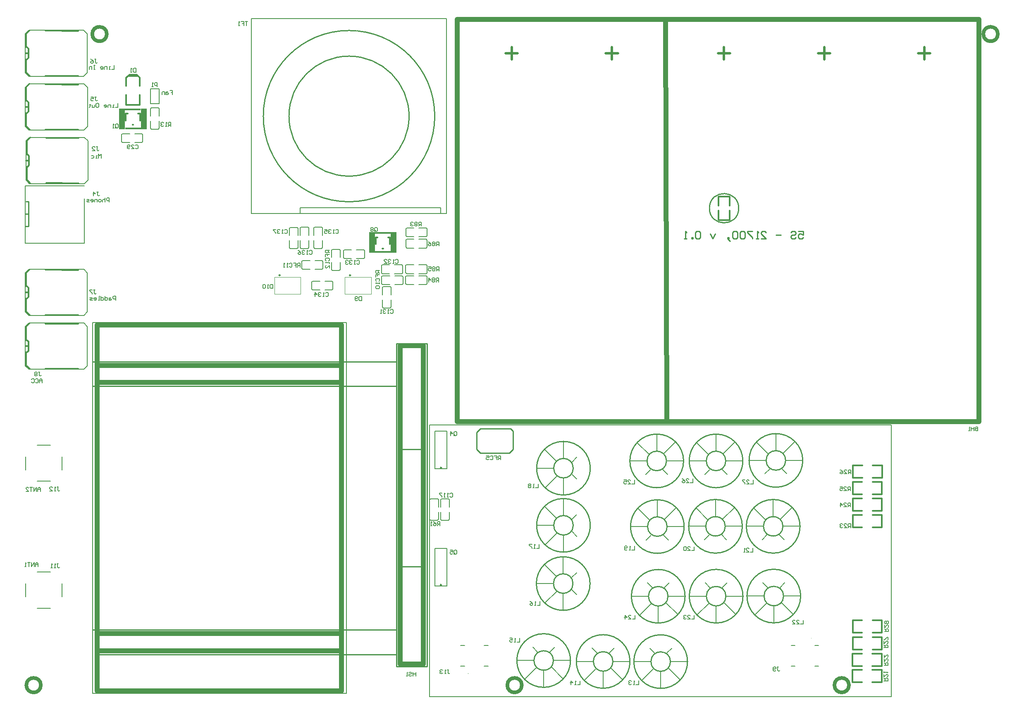
<source format=gbo>
G04*
G04 #@! TF.GenerationSoftware,Altium Limited,Altium Designer,20.1.8 (145)*
G04*
G04 Layer_Color=39423*
%FSAX24Y24*%
%MOIN*%
G70*
G04*
G04 #@! TF.SameCoordinates,C37C2F13-19AF-4E89-93B9-DE42FBC32811*
G04*
G04*
G04 #@! TF.FilePolarity,Positive*
G04*
G01*
G75*
%ADD10C,0.0100*%
%ADD11C,0.0315*%
%ADD12C,0.0039*%
%ADD15C,0.0098*%
%ADD16C,0.0079*%
%ADD17C,0.0197*%
%ADD20C,0.0060*%
%ADD22C,0.0120*%
%ADD24C,0.0080*%
%ADD146C,0.0400*%
%ADD147C,0.0050*%
%ADD148R,0.1290X0.0120*%
%ADD149R,0.0500X0.1650*%
D10*
X041063Y058130D02*
G03*
X041063Y058130I-004843J000000D01*
G01*
X043131D02*
G03*
X043131Y058130I-006911J000000D01*
G01*
X015532Y036340D02*
X040040Y036340D01*
X015532Y038308D02*
X040040Y038308D01*
X015532Y016655D02*
X040040Y016655D01*
X016024Y014686D02*
X040040Y014686D01*
X040040Y038308D02*
X040040Y038308D01*
Y013702D02*
X042500D01*
X040040D02*
Y039785D01*
X042500D01*
Y013702D02*
Y039785D01*
X040335Y031222D02*
X042205D01*
X040335Y021773D02*
X042205D01*
X010165Y051236D02*
X010366D01*
X010136Y049236D02*
X010366D01*
Y051236D01*
X010140Y050236D02*
X010366D01*
X046797Y032894D02*
X049257D01*
X046501Y032599D02*
X046797Y032894D01*
X049454Y031221D02*
Y032697D01*
X049257Y032894D02*
X049454Y032697D01*
X049159Y030926D02*
X049454Y031221D01*
X046797Y030926D02*
X049159D01*
X046501Y031221D02*
X046797Y030926D01*
X046501Y031221D02*
Y032599D01*
X072456Y048841D02*
X072856D01*
Y048541D01*
X072656Y048641D01*
X072556D01*
X072456Y048541D01*
Y048341D01*
X072556Y048241D01*
X072756D01*
X072856Y048341D01*
X071856Y048741D02*
X071956Y048841D01*
X072156D01*
X072256Y048741D01*
Y048641D01*
X072156Y048541D01*
X071956D01*
X071856Y048441D01*
Y048341D01*
X071956Y048241D01*
X072156D01*
X072256Y048341D01*
X071057Y048541D02*
X070657D01*
X069457Y048241D02*
X069857D01*
X069457Y048641D01*
Y048741D01*
X069557Y048841D01*
X069757D01*
X069857Y048741D01*
X069257Y048241D02*
X069057D01*
X069157D01*
Y048841D01*
X069257Y048741D01*
X068757Y048841D02*
X068358D01*
Y048741D01*
X068757Y048341D01*
Y048241D01*
X068158Y048741D02*
X068058Y048841D01*
X067858D01*
X067758Y048741D01*
Y048341D01*
X067858Y048241D01*
X068058D01*
X068158Y048341D01*
Y048741D01*
X067558D02*
X067458Y048841D01*
X067258D01*
X067158Y048741D01*
Y048341D01*
X067258Y048241D01*
X067458D01*
X067558Y048341D01*
Y048741D01*
X066858Y048141D02*
X066758Y048241D01*
Y048341D01*
X066858D01*
Y048241D01*
X066758D01*
X066858Y048141D01*
X066958Y048041D01*
X065758Y048641D02*
X065558Y048241D01*
X065358Y048641D01*
X064559Y048741D02*
X064459Y048841D01*
X064259D01*
X064159Y048741D01*
Y048341D01*
X064259Y048241D01*
X064459D01*
X064559Y048341D01*
Y048741D01*
X063959Y048241D02*
Y048341D01*
X063859D01*
Y048241D01*
X063959D01*
X063459D02*
X063259D01*
X063359D01*
Y048841D01*
X063459Y048741D01*
D11*
X016687Y064756D02*
G03*
X016687Y064756I-000585J000000D01*
G01*
X088536Y064756D02*
G03*
X088536Y064756I-000585J000000D01*
G01*
X050152Y012197D02*
G03*
X050152Y012197I-000585J000000D01*
G01*
X011372D02*
G03*
X011372Y012197I-000585J000000D01*
G01*
X076530D02*
G03*
X076530Y012197I-000585J000000D01*
G01*
D12*
X045830Y013113D02*
G03*
X045830Y013153I000000J000020D01*
G01*
D02*
G03*
X045830Y013113I000000J-000020D01*
G01*
X073480Y015987D02*
G03*
X073480Y016027I000000J000020D01*
G01*
D02*
G03*
X073480Y015987I000000J-000020D01*
G01*
X030197Y045137D02*
X032323D01*
Y043759D02*
Y045137D01*
X030197Y043759D02*
X032323D01*
X030197D02*
Y045137D01*
X035877Y045139D02*
X038003D01*
Y043761D02*
Y045139D01*
X035877Y043761D02*
X038003D01*
X035877D02*
Y045139D01*
D15*
X065279Y050713D02*
G03*
X065280Y050746I001181J-000016D01*
G01*
X030669Y045284D02*
G03*
X030669Y045284I-000049J000000D01*
G01*
X055675Y029710D02*
G03*
X055675Y029710I-002165J000000D01*
G01*
X054297D02*
G03*
X054297Y029710I-000787J000000D01*
G01*
X054277Y020400D02*
G03*
X054277Y020400I-000787J000000D01*
G01*
X055655D02*
G03*
X055655Y020400I-002165J000000D01*
G01*
X063515Y014100D02*
G03*
X063515Y014100I-002165J000000D01*
G01*
X062137D02*
G03*
X062137Y014100I-000787J000000D01*
G01*
X057497Y014110D02*
G03*
X057497Y014110I-000787J000000D01*
G01*
X058875D02*
G03*
X058875Y014110I-002165J000000D01*
G01*
X071207Y025020D02*
G03*
X071207Y025020I-000787J000000D01*
G01*
X072585D02*
G03*
X072585Y025020I-002165J000000D01*
G01*
X036349Y045287D02*
G03*
X036349Y045287I-000049J000000D01*
G01*
X043679Y020294D02*
G03*
X043679Y020294I-000049J000000D01*
G01*
Y029754D02*
G03*
X043679Y029754I-000049J000000D01*
G01*
X061817Y030300D02*
G03*
X061817Y030300I-000787J000000D01*
G01*
X063195D02*
G03*
X063195Y030300I-002165J000000D01*
G01*
X066557Y025020D02*
G03*
X066557Y025020I-000787J000000D01*
G01*
X067935D02*
G03*
X067935Y025020I-002165J000000D01*
G01*
X054081Y014187D02*
G03*
X054081Y014187I-002165J000000D01*
G01*
X052703D02*
G03*
X052703Y014187I-000787J000000D01*
G01*
X072805Y030340D02*
G03*
X072805Y030340I-002165J000000D01*
G01*
X071427D02*
G03*
X071427Y030340I-000787J000000D01*
G01*
X055675Y025100D02*
G03*
X055675Y025100I-002165J000000D01*
G01*
X054297D02*
G03*
X054297Y025100I-000787J000000D01*
G01*
X067977Y030300D02*
G03*
X067977Y030300I-002165J000000D01*
G01*
X066599D02*
G03*
X066599Y030300I-000787J000000D01*
G01*
X063319Y019374D02*
G03*
X063319Y019374I-002165J000000D01*
G01*
X061941D02*
G03*
X061941Y019374I-000787J000000D01*
G01*
X067985Y019380D02*
G03*
X067985Y019380I-002165J000000D01*
G01*
X066607D02*
G03*
X066607Y019380I-000787J000000D01*
G01*
X063245Y025000D02*
G03*
X063245Y025000I-002165J000000D01*
G01*
X061867D02*
G03*
X061867Y025000I-000787J000000D01*
G01*
X072635Y019390D02*
G03*
X072635Y019390I-002165J000000D01*
G01*
X071257D02*
G03*
X071257Y019390I-000787J000000D01*
G01*
D16*
X020216Y059136D02*
X020924D01*
X020216D02*
Y060344D01*
X020924D01*
Y059136D02*
Y060344D01*
X013067Y029583D02*
Y030637D01*
X011083Y028654D02*
X012137D01*
X010153Y029583D02*
Y030637D01*
X011083Y031567D02*
X012137D01*
X013067Y019347D02*
Y020401D01*
X011083Y018417D02*
X012137D01*
X010153Y019347D02*
Y020401D01*
X011083Y021331D02*
X012137D01*
X010116Y047874D02*
X014877D01*
X010116D02*
Y052492D01*
X014877Y047874D02*
Y051486D01*
X010116Y047874D02*
Y052492D01*
X014866D01*
X010112Y060453D02*
X010407Y060748D01*
X010112Y057303D02*
Y060453D01*
Y057303D02*
X010407Y057008D01*
X014836Y060748D02*
X015132Y060453D01*
Y057303D02*
Y060453D01*
X014836Y057008D02*
X015132Y057303D01*
X010407Y057008D02*
X014836D01*
X010407Y060748D02*
X014836D01*
X045228Y013743D02*
X045543D01*
X045228Y015397D02*
X045543D01*
X047117D02*
X047432D01*
X047117Y013743D02*
X047432D01*
X032283Y050748D02*
X043602D01*
Y050256D02*
Y050748D01*
X032283Y050256D02*
Y050748D01*
X071878Y015397D02*
X072193D01*
X071878Y013743D02*
X072193D01*
X073767D02*
X074082D01*
X073767Y015397D02*
X074082D01*
X010106Y041134D02*
X010401Y041429D01*
X010106Y037984D02*
Y041134D01*
Y037984D02*
X010401Y037689D01*
X014830Y041429D02*
X015126Y041134D01*
Y037984D02*
Y041134D01*
X014830Y037689D02*
X015126Y037984D01*
X010401Y037689D02*
X014830D01*
X010401Y041429D02*
X014830D01*
X054199Y030202D02*
X054593Y030596D01*
X054199Y029218D02*
X054593Y028824D01*
X053510Y030497D02*
Y031875D01*
X051984Y031236D02*
X052919Y030301D01*
X051344Y029710D02*
X052722D01*
X052033Y028135D02*
X053018Y029119D01*
X053510Y027545D02*
Y028923D01*
X053490Y018235D02*
Y019613D01*
X052014Y018825D02*
X052998Y019809D01*
X051325Y020400D02*
X052703D01*
X051964Y021926D02*
X052899Y020991D01*
X053490Y021187D02*
Y022565D01*
X054179Y019908D02*
X054573Y019514D01*
X054179Y020892D02*
X054573Y021286D01*
X060464Y015183D02*
X060858Y014789D01*
X061842D02*
X062236Y015183D01*
X059185Y014100D02*
X060563D01*
X059824Y012574D02*
X060759Y013509D01*
X061350Y011935D02*
Y013313D01*
X061941Y013608D02*
X062925Y012624D01*
X062137Y014100D02*
X063515D01*
X057497Y014110D02*
X058875D01*
X057301Y013618D02*
X058285Y012634D01*
X056710Y011945D02*
Y013323D01*
X055184Y012584D02*
X056119Y013519D01*
X054545Y014110D02*
X055923D01*
X057202Y014799D02*
X057596Y015193D01*
X055824D02*
X056218Y014799D01*
X068254Y025020D02*
X069632D01*
X068845Y026496D02*
X069829Y025512D01*
X070420Y025807D02*
Y027185D01*
X071010Y025611D02*
X071945Y026546D01*
X071207Y025020D02*
X072585D01*
X069534Y023937D02*
X069928Y024331D01*
X070912D02*
X071306Y023937D01*
X043138Y023246D02*
X044122D01*
X043138Y020195D02*
X044122D01*
X043138D02*
Y023246D01*
X044122Y020195D02*
Y023246D01*
X043138Y032706D02*
X044122D01*
X043138Y029655D02*
X044122D01*
X043138D02*
Y032706D01*
X044122Y029655D02*
Y032706D01*
X010106Y045484D02*
X010401Y045780D01*
X010106Y042335D02*
Y045484D01*
Y042335D02*
X010401Y042039D01*
X014830Y045780D02*
X015126Y045484D01*
Y042335D02*
Y045484D01*
X014830Y042039D02*
X015126Y042335D01*
X010401Y042039D02*
X014830D01*
X010401Y045780D02*
X014830D01*
X058865Y030300D02*
X060243D01*
X059455Y031776D02*
X060439Y030792D01*
X061030Y031087D02*
Y032465D01*
X061621Y030891D02*
X062556Y031826D01*
X061817Y030300D02*
X063195D01*
X060144Y029217D02*
X060538Y029611D01*
X061522D02*
X061916Y029217D01*
X063604Y025020D02*
X064982D01*
X064195Y026496D02*
X065179Y025512D01*
X065770Y025807D02*
Y027185D01*
X066360Y025611D02*
X067295Y026546D01*
X066557Y025020D02*
X067935D01*
X064884Y023937D02*
X065278Y024331D01*
X066262D02*
X066656Y023937D01*
X010457Y056417D02*
X014886D01*
X010457Y052677D02*
X014886D01*
X015182Y052972D01*
Y056122D01*
X014886Y056417D02*
X015182Y056122D01*
X010162Y052972D02*
X010457Y052677D01*
X010162Y052972D02*
Y056122D01*
X010457Y056417D01*
X010398Y065079D02*
X014827D01*
X010398Y061339D02*
X014827D01*
X015122Y061634D01*
Y064783D01*
X014827Y065079D02*
X015122Y064783D01*
X010102Y061634D02*
X010398Y061339D01*
X010102Y061634D02*
Y064783D01*
X010398Y065079D01*
X051030Y015270D02*
X051424Y014876D01*
X052408D02*
X052802Y015270D01*
X049750Y014187D02*
X051128D01*
X050390Y012661D02*
X051325Y013596D01*
X051916Y012021D02*
Y013399D01*
X052506Y013695D02*
X053491Y012710D01*
X052703Y014187D02*
X054081D01*
X071132Y029651D02*
X071526Y029257D01*
X069754D02*
X070148Y029651D01*
X071427Y030340D02*
X072805D01*
X071231Y030931D02*
X072166Y031866D01*
X070640Y031127D02*
Y032505D01*
X069065Y031816D02*
X070049Y030832D01*
X068475Y030340D02*
X069853D01*
X054199Y025592D02*
X054593Y025986D01*
X054199Y024608D02*
X054593Y024214D01*
X053510Y025887D02*
Y027265D01*
X051984Y026626D02*
X052919Y025691D01*
X051344Y025100D02*
X052722D01*
X052033Y023525D02*
X053018Y024509D01*
X053510Y022935D02*
Y024313D01*
X066304Y029611D02*
X066698Y029217D01*
X064926D02*
X065320Y029611D01*
X066599Y030300D02*
X067977D01*
X066403Y030891D02*
X067338Y031826D01*
X065812Y031087D02*
Y032465D01*
X064237Y031776D02*
X065221Y030792D01*
X063647Y030300D02*
X065025D01*
X060268Y020456D02*
X060662Y020063D01*
X061646D02*
X062040Y020456D01*
X058989Y019374D02*
X060367D01*
X059629Y017848D02*
X060564Y018783D01*
X061154Y017208D02*
Y018586D01*
X061745Y018881D02*
X062729Y017897D01*
X061941Y019374D02*
X063319D01*
X064934Y020463D02*
X065328Y020069D01*
X066312D02*
X066706Y020463D01*
X063655Y019380D02*
X065033D01*
X064294Y017854D02*
X065229Y018789D01*
X065820Y017215D02*
Y018593D01*
X066411Y018888D02*
X067395Y017904D01*
X066607Y019380D02*
X067985D01*
X061572Y024311D02*
X061966Y023917D01*
X060194D02*
X060588Y024311D01*
X061867Y025000D02*
X063245D01*
X061670Y025591D02*
X062605Y026526D01*
X061080Y025787D02*
Y027165D01*
X059505Y026476D02*
X060489Y025492D01*
X058914Y025000D02*
X060292D01*
X069584Y020473D02*
X069978Y020079D01*
X070962D02*
X071356Y020473D01*
X068304Y019390D02*
X069682D01*
X068944Y017864D02*
X069879Y018799D01*
X070470Y017225D02*
Y018603D01*
X071060Y018898D02*
X072045Y017914D01*
X071257Y019390D02*
X072635D01*
D17*
X049334Y062705D02*
Y063689D01*
X048842Y063197D02*
X049826D01*
X082110D02*
X083094D01*
X082602Y062705D02*
Y063689D01*
X074531Y062705D02*
Y063689D01*
X074039Y063197D02*
X075023D01*
X066460Y062705D02*
Y063689D01*
X065968Y063197D02*
X066952D01*
X057405Y062705D02*
Y063689D01*
X056913Y063197D02*
X057897D01*
D20*
X044250Y027225D02*
X044319Y027156D01*
X043611D02*
X043680Y027225D01*
X044250D01*
X044319Y026572D02*
Y027156D01*
Y025591D02*
Y026172D01*
X044241Y025512D02*
X044319Y025591D01*
X043680Y025512D02*
X044241D01*
X043611Y025581D02*
Y026172D01*
Y025581D02*
X043680Y025512D01*
X043610Y026572D02*
Y027155D01*
X042726Y026572D02*
Y027155D01*
X042726Y025581D02*
X042795Y025512D01*
X042726Y025581D02*
Y026172D01*
X042795Y025512D02*
X043356D01*
X043435Y025591D01*
Y026172D01*
Y026572D02*
Y027156D01*
X042795Y027225D02*
X043366D01*
X042726Y027156D02*
X042795Y027225D01*
X043366D02*
X043435Y027156D01*
X040865Y047486D02*
X041448D01*
X042439Y047486D02*
X042508Y047555D01*
X041848Y047486D02*
X042439D01*
X042508Y047555D02*
Y048116D01*
X042429Y048195D02*
X042508Y048116D01*
X041848Y048195D02*
X042429D01*
X040864D02*
X041448D01*
X040795Y047555D02*
Y048126D01*
Y047555D02*
X040864Y047486D01*
X040795Y048126D02*
X040864Y048195D01*
X035775Y047266D02*
X035844Y047335D01*
X035775Y046695D02*
X035844Y046626D01*
X035775Y046695D02*
Y047266D01*
X035844Y047335D02*
X036428D01*
X036828D02*
X037409D01*
X037488Y047256D01*
Y046695D02*
Y047256D01*
X036828Y046626D02*
X037419D01*
X037488Y046695D01*
X035845Y046626D02*
X036428D01*
X034796Y046722D02*
Y047305D01*
X034796Y045731D02*
X034865Y045662D01*
X034796Y045731D02*
Y046322D01*
X034865Y045662D02*
X035426D01*
X035505Y045741D01*
Y046322D01*
Y046722D02*
Y047306D01*
X034865Y047375D02*
X035436D01*
X034796Y047306D02*
X034865Y047375D01*
X035436D02*
X035505Y047306D01*
X032036Y049145D02*
X032105Y049076D01*
X031396D02*
X031465Y049145D01*
X032036D01*
X032105Y048492D02*
Y049076D01*
Y047511D02*
Y048092D01*
X032026Y047432D02*
X032105Y047511D01*
X031465Y047432D02*
X032026D01*
X031396Y047501D02*
Y048092D01*
Y047501D02*
X031465Y047432D01*
X031396Y048492D02*
Y049075D01*
X038855Y045176D02*
X038924Y045245D01*
X038855Y044605D02*
X038924Y044536D01*
X038855Y044605D02*
Y045176D01*
X038924Y045245D02*
X039508D01*
X039908D02*
X040489D01*
X040568Y045166D01*
Y044605D02*
Y045166D01*
X039908Y044536D02*
X040499D01*
X040568Y044605D01*
X038925Y044536D02*
X039508D01*
X041852Y046124D02*
X042435D01*
X040792Y046055D02*
X040861Y046124D01*
X041452D01*
X040792Y045494D02*
Y046055D01*
Y045494D02*
X040871Y045415D01*
X041452D01*
X041852D02*
X042436D01*
X042505Y045484D02*
Y046055D01*
X042436Y046124D02*
X042505Y046055D01*
X042436Y045415D02*
X042505Y045484D01*
X038905Y045416D02*
X039488D01*
X040479Y045416D02*
X040548Y045485D01*
X039888Y045416D02*
X040479D01*
X040548Y045485D02*
Y046046D01*
X040469Y046125D02*
X040548Y046046D01*
X039888Y046125D02*
X040469D01*
X038904D02*
X039488D01*
X038835Y045485D02*
Y046056D01*
Y045485D02*
X038904Y045416D01*
X038835Y046056D02*
X038904Y046125D01*
X040865Y048406D02*
X041448D01*
X042439Y048406D02*
X042508Y048475D01*
X041848Y048406D02*
X042439D01*
X042508Y048475D02*
Y049036D01*
X042429Y049115D02*
X042508Y049036D01*
X041848Y049115D02*
X042429D01*
X040864D02*
X041448D01*
X040795Y048475D02*
Y049046D01*
Y048475D02*
X040864Y048406D01*
X040795Y049046D02*
X040864Y049115D01*
X033366Y048512D02*
Y049095D01*
X033366Y047521D02*
X033435Y047452D01*
X033366Y047521D02*
Y048112D01*
X033435Y047452D02*
X033996D01*
X034075Y047531D01*
Y048112D01*
Y048512D02*
Y049096D01*
X033435Y049165D02*
X034006D01*
X033366Y049096D02*
X033435Y049165D01*
X034006D02*
X034075Y049096D01*
X032485Y045756D02*
X033068D01*
X034059Y045756D02*
X034128Y045825D01*
X033468Y045756D02*
X034059D01*
X034128Y045825D02*
Y046386D01*
X034049Y046465D02*
X034128Y046386D01*
X033468Y046465D02*
X034049D01*
X032484D02*
X033068D01*
X032415Y045825D02*
Y046396D01*
Y045825D02*
X032484Y045756D01*
X032415Y046396D02*
X032484Y046465D01*
X041852Y045244D02*
X042435D01*
X040792Y045175D02*
X040861Y045244D01*
X041452D01*
X040792Y044614D02*
Y045175D01*
Y044614D02*
X040871Y044535D01*
X041452D01*
X041852D02*
X042436D01*
X042505Y044604D02*
Y045175D01*
X042436Y045244D02*
X042505Y045175D01*
X042436Y044535D02*
X042505Y044604D01*
X032276Y048512D02*
Y049095D01*
X032276Y047521D02*
X032345Y047452D01*
X032276Y047521D02*
Y048112D01*
X032345Y047452D02*
X032906D01*
X032985Y047531D01*
Y048112D01*
Y048512D02*
Y049096D01*
X032345Y049165D02*
X032916D01*
X032276Y049096D02*
X032345Y049165D01*
X032916D02*
X032985Y049096D01*
X033284Y044093D02*
X033867D01*
X034858Y044094D02*
X034927Y044163D01*
X034266Y044094D02*
X034858D01*
X034927Y044163D02*
Y044724D01*
X034848Y044803D02*
X034927Y044724D01*
X034266Y044803D02*
X034848D01*
X033283D02*
X033866D01*
X033214Y044163D02*
Y044734D01*
Y044163D02*
X033283Y044094D01*
X033214Y044734D02*
X033283Y044803D01*
X020904Y057155D02*
Y057738D01*
X020835Y058798D02*
X020904Y058729D01*
Y058138D02*
Y058729D01*
X020274Y058798D02*
X020835D01*
X020195Y058719D02*
X020274Y058798D01*
X020195Y058138D02*
Y058719D01*
Y057154D02*
Y057738D01*
X020264Y057085D02*
X020835D01*
X020904Y057154D01*
X020195D02*
X020264Y057085D01*
X018938Y056714D02*
X019522D01*
X017879Y056644D02*
X017948Y056713D01*
X018539D01*
X017879Y056083D02*
Y056644D01*
Y056083D02*
X017958Y056004D01*
X018539D01*
X018939D02*
X019523D01*
X019591Y056073D02*
Y056644D01*
X019523Y056713D02*
X019591Y056644D01*
X019523Y056004D02*
X019591Y056073D01*
X039546Y044365D02*
X039615Y044296D01*
X038906D02*
X038975Y044365D01*
X039546D01*
X039615Y043712D02*
Y044296D01*
Y042731D02*
Y043312D01*
X039536Y042652D02*
X039615Y042731D01*
X038975Y042652D02*
X039536D01*
X038906Y042721D02*
Y043312D01*
Y042721D02*
X038975Y042652D01*
X038906Y043712D02*
Y044295D01*
D22*
X010181Y057337D02*
X010476Y057042D01*
X010181Y058382D02*
X010184Y057365D01*
X010142Y058878D02*
X010309D01*
X010253Y059366D02*
X010378Y059240D01*
X010155Y059366D02*
X010253D01*
X010378Y058500D02*
Y059240D01*
X010259Y058382D02*
X010378Y058500D01*
X010181Y058382D02*
X010259D01*
X010184Y059432D02*
X010185Y060405D01*
X010151Y060425D02*
X010446Y060720D01*
X011759Y060692D02*
X014377Y060686D01*
X011759Y057050D02*
X014377Y057044D01*
X066007Y051642D02*
X066907D01*
X066007Y049742D02*
X066907D01*
Y050892D02*
Y051642D01*
X066007Y050892D02*
Y051642D01*
Y049742D02*
Y050492D01*
X066907Y049742D02*
Y050492D01*
X010175Y038018D02*
X010470Y037723D01*
X010175Y039063D02*
X010178Y038047D01*
X010136Y039559D02*
X010303D01*
X010247Y040047D02*
X010372Y039921D01*
X010149Y040047D02*
X010247D01*
X010372Y039181D02*
Y039921D01*
X010253Y039063D02*
X010372Y039181D01*
X010175Y039063D02*
X010253D01*
X010178Y040113D02*
X010179Y041086D01*
X010145Y041106D02*
X010440Y041401D01*
X011753Y041373D02*
X014371Y041367D01*
X011753Y037731D02*
X014371Y037725D01*
X079190Y026260D02*
Y027260D01*
X076840Y026260D02*
Y027260D01*
X078440Y026260D02*
X079190D01*
X078440Y027260D02*
X079190D01*
X076840D02*
X077590D01*
X076840Y026260D02*
X077590D01*
X079190Y027590D02*
Y028590D01*
X076840Y027590D02*
Y028590D01*
X078440Y027590D02*
X079190D01*
X078440Y028590D02*
X079190D01*
X076840D02*
X077590D01*
X076840Y027590D02*
X077590D01*
X079170Y012430D02*
Y013430D01*
X076820Y012430D02*
Y013430D01*
X078420Y012430D02*
X079170D01*
X078420Y013430D02*
X079170D01*
X076820D02*
X077570D01*
X076820Y012430D02*
X077570D01*
X079170Y013730D02*
Y014730D01*
X076820Y013730D02*
Y014730D01*
X078420Y013730D02*
X079170D01*
X078420Y014730D02*
X079170D01*
X076820D02*
X077570D01*
X076820Y013730D02*
X077570D01*
X079190Y024920D02*
Y025920D01*
X076840Y024920D02*
Y025920D01*
X078440Y024920D02*
X079190D01*
X078440Y025920D02*
X079190D01*
X076840D02*
X077590D01*
X076840Y024920D02*
X077590D01*
X079200Y028920D02*
Y029920D01*
X076850Y028920D02*
Y029920D01*
X078450Y028920D02*
X079200D01*
X078450Y029920D02*
X079200D01*
X076850D02*
X077600D01*
X076850Y028920D02*
X077600D01*
X076840Y015060D02*
X077590D01*
X076840Y016060D02*
X077590D01*
X078440D02*
X079190D01*
X078440Y015060D02*
X079190D01*
X076840D02*
Y016060D01*
X079190Y015060D02*
Y016060D01*
Y016420D02*
Y017420D01*
X076840Y016420D02*
Y017420D01*
X078440Y016420D02*
X079190D01*
X078440Y017420D02*
X079190D01*
X076840D02*
X077590D01*
X076840Y016420D02*
X077590D01*
X018220Y057777D02*
Y058320D01*
X019370Y057777D02*
Y058320D01*
X018220D02*
X018374D01*
X018770Y057420D02*
X018820D01*
X019224Y058320D02*
X019370D01*
X019108Y061472D02*
X019360Y061220D01*
X018260Y061220D02*
X018410Y061370D01*
X018260Y060570D02*
Y061220D01*
X019360Y061220D02*
X019360Y060570D01*
X018411Y061370D02*
X019210Y061370D01*
X019360Y059020D02*
X019360Y059820D01*
X018260Y059020D02*
Y059820D01*
Y059020D02*
X019360Y059020D01*
X018515Y061473D02*
X019108Y061472D01*
X018411Y061370D02*
X018515Y061473D01*
X010175Y042369D02*
X010470Y042073D01*
X010175Y043413D02*
X010178Y042397D01*
X010136Y043909D02*
X010303D01*
X010247Y044397D02*
X010372Y044272D01*
X010149Y044397D02*
X010247D01*
X010372Y043532D02*
Y044272D01*
X010253Y043413D02*
X010372Y043532D01*
X010175Y043413D02*
X010253D01*
X010178Y044464D02*
X010179Y045437D01*
X010145Y045456D02*
X010440Y045752D01*
X011753Y045724D02*
X014371Y045717D01*
X011753Y042082D02*
X014371Y042076D01*
X039374Y048350D02*
X039520D01*
X038920Y047450D02*
X038970D01*
X038370Y048350D02*
X038524D01*
X039520Y047807D02*
Y048350D01*
X038370Y047807D02*
Y048350D01*
X011809Y052720D02*
X014427Y052713D01*
X011809Y056361D02*
X014427Y056355D01*
X010201Y056094D02*
X010496Y056389D01*
X010234Y055102D02*
X010235Y056074D01*
X010231Y054051D02*
X010309D01*
X010428Y054170D01*
Y054910D01*
X010205Y055035D02*
X010303D01*
X010428Y054910D01*
X010192Y054547D02*
X010359D01*
X010231Y054051D02*
X010234Y053035D01*
X010231Y053006D02*
X010526Y052711D01*
X011749Y061381D02*
X014367Y061375D01*
X011749Y065023D02*
X014367Y065017D01*
X010141Y064756D02*
X010437Y065051D01*
X010174Y063763D02*
X010176Y064736D01*
X010172Y062712D02*
X010250D01*
X010368Y062831D01*
Y063571D01*
X010145Y063696D02*
X010243D01*
X010368Y063571D01*
X010132Y063209D02*
X010299D01*
X010172Y062712D02*
X010174Y061696D01*
X010171Y061668D02*
X010467Y061372D01*
D24*
X015532Y011537D02*
X015532Y041458D01*
X036004Y011537D02*
X036004Y041458D01*
X015532D02*
X036004D01*
X015532Y011537D02*
X036004D01*
X044094Y050256D02*
Y066004D01*
X028346Y050256D02*
Y066004D01*
X044094D01*
X028346Y050256D02*
X044094D01*
X044350Y027637D02*
X044403Y027690D01*
X044510D01*
X044563Y027637D01*
Y027423D01*
X044510Y027370D01*
X044403D01*
X044350Y027423D01*
X044243Y027370D02*
X044137D01*
X044190D01*
Y027690D01*
X044243Y027637D01*
X043977Y027370D02*
X043870D01*
X043923D01*
Y027690D01*
X043977Y027637D01*
X043710Y027690D02*
X043497D01*
Y027637D01*
X043710Y027423D01*
Y027370D01*
X043553Y025080D02*
Y025400D01*
X043393D01*
X043340Y025347D01*
Y025240D01*
X043393Y025187D01*
X043553D01*
X043447D02*
X043340Y025080D01*
X043020Y025400D02*
X043127Y025347D01*
X043233Y025240D01*
Y025133D01*
X043180Y025080D01*
X043073D01*
X043020Y025133D01*
Y025187D01*
X043073Y025240D01*
X043233D01*
X042913Y025080D02*
X042807D01*
X042860D01*
Y025400D01*
X042913Y025347D01*
X020750Y060505D02*
Y060825D01*
X020590D01*
X020537Y060771D01*
Y060665D01*
X020590Y060611D01*
X020750D01*
X020430Y060505D02*
X020324D01*
X020377D01*
Y060825D01*
X020430Y060771D01*
X021773Y060200D02*
X021987D01*
Y060040D01*
X021880D01*
X021987D01*
Y059880D01*
X021613Y060093D02*
X021507D01*
X021453Y060040D01*
Y059880D01*
X021613D01*
X021667Y059933D01*
X021613Y059987D01*
X021453D01*
X021347Y059880D02*
Y060093D01*
X021187D01*
X021133Y060040D01*
Y059880D01*
X044144Y013446D02*
X044251D01*
X044198D01*
Y013180D01*
X044251Y013126D01*
X044304D01*
X044358Y013180D01*
X044038Y013126D02*
X043931D01*
X043984D01*
Y013446D01*
X044038Y013393D01*
X043771D02*
X043718Y013446D01*
X043611D01*
X043558Y013393D01*
Y013340D01*
X043611Y013286D01*
X043665D01*
X043611D01*
X043558Y013233D01*
Y013180D01*
X043611Y013126D01*
X043718D01*
X043771Y013180D01*
X070740Y013655D02*
X070847D01*
X070793D01*
Y013388D01*
X070847Y013335D01*
X070900D01*
X070953Y013388D01*
X070633D02*
X070580Y013335D01*
X070473D01*
X070420Y013388D01*
Y013601D01*
X070473Y013655D01*
X070580D01*
X070633Y013601D01*
Y013548D01*
X070580Y013495D01*
X070420D01*
X021853Y057309D02*
Y057629D01*
X021693D01*
X021640Y057576D01*
Y057469D01*
X021693Y057416D01*
X021853D01*
X021746D02*
X021640Y057309D01*
X021533D02*
X021426D01*
X021480D01*
Y057629D01*
X021533Y057576D01*
X021267D02*
X021213Y057629D01*
X021107D01*
X021053Y057576D01*
Y057523D01*
X021107Y057469D01*
X021160D01*
X021107D01*
X021053Y057416D01*
Y057363D01*
X021107Y057309D01*
X021213D01*
X021267Y057363D01*
X017383Y057225D02*
Y057438D01*
X017436Y057491D01*
X017543D01*
X017596Y057438D01*
Y057225D01*
X017543Y057172D01*
X017436D01*
X017489Y057278D02*
X017383Y057172D01*
X017436D02*
X017383Y057225D01*
X017276Y057172D02*
X017170D01*
X017223D01*
Y057491D01*
X017276Y057438D01*
X019033Y061991D02*
Y061671D01*
X018873D01*
X018820Y061724D01*
Y061937D01*
X018873Y061991D01*
X019033D01*
X018713Y061671D02*
X018607D01*
X018660D01*
Y061991D01*
X018713Y061937D01*
X018983Y055758D02*
X019037Y055812D01*
X019143D01*
X019197Y055758D01*
Y055545D01*
X019143Y055492D01*
X019037D01*
X018983Y055545D01*
X018663Y055492D02*
X018877D01*
X018663Y055705D01*
Y055758D01*
X018717Y055812D01*
X018823D01*
X018877Y055758D01*
X018557Y055545D02*
X018503Y055492D01*
X018397D01*
X018343Y055545D01*
Y055758D01*
X018397Y055812D01*
X018503D01*
X018557Y055758D01*
Y055705D01*
X018503Y055652D01*
X018343D01*
X044683Y022828D02*
Y023041D01*
X044737Y023095D01*
X044843D01*
X044897Y023041D01*
Y022828D01*
X044843Y022775D01*
X044737D01*
X044790Y022881D02*
X044683Y022775D01*
X044737D02*
X044683Y022828D01*
X044363Y023095D02*
X044577D01*
Y022935D01*
X044470Y022988D01*
X044417D01*
X044363Y022935D01*
Y022828D01*
X044417Y022775D01*
X044523D01*
X044577Y022828D01*
X041595Y013249D02*
Y012929D01*
Y013089D01*
X041381D01*
Y013249D01*
Y012929D01*
X041061Y013195D02*
X041115Y013249D01*
X041221D01*
X041275Y013195D01*
Y013142D01*
X041221Y013089D01*
X041115D01*
X041061Y013035D01*
Y012982D01*
X041115Y012929D01*
X041221D01*
X041275Y012982D01*
X040955Y012929D02*
X040848D01*
X040902D01*
Y013249D01*
X040955Y013195D01*
X044683Y032393D02*
Y032607D01*
X044737Y032660D01*
X044843D01*
X044897Y032607D01*
Y032393D01*
X044843Y032340D01*
X044737D01*
X044790Y032447D02*
X044683Y032340D01*
X044737D02*
X044683Y032393D01*
X044417Y032340D02*
Y032660D01*
X044577Y032500D01*
X044363D01*
X028054Y065760D02*
X027840D01*
X027947D01*
Y065440D01*
X027521Y065760D02*
X027734D01*
Y065600D01*
X027627D01*
X027734D01*
Y065440D01*
X027414D02*
X027307D01*
X027361D01*
Y065760D01*
X027414Y065707D01*
X054850Y012550D02*
Y012230D01*
X054637D01*
X054530D02*
X054423D01*
X054477D01*
Y012550D01*
X054530Y012497D01*
X054103Y012230D02*
Y012550D01*
X054263Y012390D01*
X054050D01*
X015893Y052015D02*
X016000D01*
X015947D01*
Y051748D01*
X016000Y051695D01*
X016053D01*
X016107Y051748D01*
X015627Y051695D02*
Y052015D01*
X015787Y051855D01*
X015573D01*
X016876Y051205D02*
Y051525D01*
X016716D01*
X016663Y051471D01*
Y051365D01*
X016716Y051311D01*
X016876D01*
X016556Y051525D02*
Y051205D01*
Y051365D01*
X016503Y051418D01*
X016397D01*
X016343Y051365D01*
Y051205D01*
X016183D02*
X016077D01*
X016023Y051258D01*
Y051365D01*
X016077Y051418D01*
X016183D01*
X016237Y051365D01*
Y051258D01*
X016183Y051205D01*
X015917D02*
Y051418D01*
X015757D01*
X015703Y051365D01*
Y051205D01*
X015437D02*
X015543D01*
X015597Y051258D01*
Y051365D01*
X015543Y051418D01*
X015437D01*
X015384Y051365D01*
Y051311D01*
X015597D01*
X015277Y051205D02*
X015117D01*
X015064Y051258D01*
X015117Y051311D01*
X015224D01*
X015277Y051365D01*
X015224Y051418D01*
X015064D01*
X012673Y022004D02*
X012780D01*
X012727D01*
Y021737D01*
X012780Y021684D01*
X012833D01*
X012887Y021737D01*
X012567Y021684D02*
X012460D01*
X012513D01*
Y022004D01*
X012567Y021951D01*
X012300Y021684D02*
X012193D01*
X012247D01*
Y022004D01*
X012300Y021951D01*
X011153Y021784D02*
Y021997D01*
X011047Y022104D01*
X010940Y021997D01*
Y021784D01*
Y021944D01*
X011153D01*
X010833Y021784D02*
Y022104D01*
X010620Y021784D01*
Y022104D01*
X010513D02*
X010300D01*
X010407D01*
Y021784D01*
X010193D02*
X010087D01*
X010140D01*
Y022104D01*
X010193Y022051D01*
X012677Y028190D02*
X012783D01*
X012730D01*
Y027924D01*
X012783Y027870D01*
X012837D01*
X012890Y027924D01*
X012570Y027870D02*
X012463D01*
X012517D01*
Y028190D01*
X012570Y028137D01*
X012090Y027870D02*
X012303D01*
X012090Y028084D01*
Y028137D01*
X012143Y028190D01*
X012250D01*
X012303Y028137D01*
X011336Y027850D02*
Y028064D01*
X011230Y028170D01*
X011123Y028064D01*
Y027850D01*
Y028010D01*
X011336D01*
X011017Y027850D02*
Y028170D01*
X010803Y027850D01*
Y028170D01*
X010697D02*
X010483D01*
X010590D01*
Y027850D01*
X010164D02*
X010377D01*
X010164Y028064D01*
Y028117D01*
X010217Y028170D01*
X010323D01*
X010377Y028117D01*
X034636Y047304D02*
X034316D01*
Y047144D01*
X034369Y047090D01*
X034476D01*
X034529Y047144D01*
Y047304D01*
Y047197D02*
X034636Y047090D01*
X034316Y046770D02*
Y046984D01*
X034476D01*
Y046877D01*
Y046984D01*
X034636D01*
X034369Y046451D02*
X034316Y046504D01*
Y046610D01*
X034369Y046664D01*
X034583D01*
X034636Y046610D01*
Y046504D01*
X034583Y046451D01*
X034636Y046344D02*
Y046237D01*
Y046291D01*
X034316D01*
X034369Y046344D01*
X034636Y045864D02*
Y046077D01*
X034423Y045864D01*
X034369D01*
X034316Y045917D01*
Y046024D01*
X034369Y046077D01*
X032263Y045951D02*
Y046271D01*
X032103D01*
X032050Y046217D01*
Y046111D01*
X032103Y046057D01*
X032263D01*
X032156D02*
X032050Y045951D01*
X031730Y046271D02*
X031943D01*
Y046111D01*
X031836D01*
X031943D01*
Y045951D01*
X031410Y046217D02*
X031463Y046271D01*
X031570D01*
X031623Y046217D01*
Y046004D01*
X031570Y045951D01*
X031463D01*
X031410Y046004D01*
X031303Y045951D02*
X031197D01*
X031250D01*
Y046271D01*
X031303Y046217D01*
X031037Y045951D02*
X030930D01*
X030983D01*
Y046271D01*
X031037Y046217D01*
X038686Y045659D02*
X038366D01*
Y045499D01*
X038419Y045446D01*
X038526D01*
X038579Y045499D01*
Y045659D01*
Y045552D02*
X038686Y045446D01*
X038366Y045126D02*
Y045339D01*
X038526D01*
Y045232D01*
Y045339D01*
X038686D01*
X038419Y044806D02*
X038366Y044859D01*
Y044966D01*
X038419Y045019D01*
X038632D01*
X038686Y044966D01*
Y044859D01*
X038632Y044806D01*
X038686Y044699D02*
Y044593D01*
Y044646D01*
X038366D01*
X038419Y044699D01*
Y044433D02*
X038366Y044379D01*
Y044273D01*
X038419Y044219D01*
X038632D01*
X038686Y044273D01*
Y044379D01*
X038632Y044433D01*
X038419D01*
X043462Y047664D02*
Y047984D01*
X043302D01*
X043249Y047930D01*
Y047824D01*
X043302Y047770D01*
X043462D01*
X043355D02*
X043249Y047664D01*
X043142Y047930D02*
X043089Y047984D01*
X042982D01*
X042929Y047930D01*
Y047877D01*
X042982Y047824D01*
X042929Y047770D01*
Y047717D01*
X042982Y047664D01*
X043089D01*
X043142Y047717D01*
Y047770D01*
X043089Y047824D01*
X043142Y047877D01*
Y047930D01*
X043089Y047824D02*
X042982D01*
X042609Y047984D02*
X042716Y047930D01*
X042822Y047824D01*
Y047717D01*
X042769Y047664D01*
X042662D01*
X042609Y047717D01*
Y047770D01*
X042662Y047824D01*
X042822D01*
X043473Y045641D02*
Y045961D01*
X043313D01*
X043260Y045907D01*
Y045801D01*
X043313Y045747D01*
X043473D01*
X043366D02*
X043260Y045641D01*
X043153Y045907D02*
X043100Y045961D01*
X042993D01*
X042940Y045907D01*
Y045854D01*
X042993Y045801D01*
X042940Y045747D01*
Y045694D01*
X042993Y045641D01*
X043100D01*
X043153Y045694D01*
Y045747D01*
X043100Y045801D01*
X043153Y045854D01*
Y045907D01*
X043100Y045801D02*
X042993D01*
X042620Y045961D02*
X042833D01*
Y045801D01*
X042726Y045854D01*
X042673D01*
X042620Y045801D01*
Y045694D01*
X042673Y045641D01*
X042780D01*
X042833Y045694D01*
X043457Y044753D02*
Y045073D01*
X043297D01*
X043243Y045020D01*
Y044913D01*
X043297Y044860D01*
X043457D01*
X043350D02*
X043243Y044753D01*
X043137Y045020D02*
X043083Y045073D01*
X042977D01*
X042924Y045020D01*
Y044966D01*
X042977Y044913D01*
X042924Y044860D01*
Y044806D01*
X042977Y044753D01*
X043083D01*
X043137Y044806D01*
Y044860D01*
X043083Y044913D01*
X043137Y044966D01*
Y045020D01*
X043083Y044913D02*
X042977D01*
X042657Y044753D02*
Y045073D01*
X042817Y044913D01*
X042604D01*
X042047Y049256D02*
Y049576D01*
X041887D01*
X041834Y049523D01*
Y049416D01*
X041887Y049363D01*
X042047D01*
X041940D02*
X041834Y049256D01*
X041727Y049523D02*
X041674Y049576D01*
X041567D01*
X041514Y049523D01*
Y049470D01*
X041567Y049416D01*
X041514Y049363D01*
Y049310D01*
X041567Y049256D01*
X041674D01*
X041727Y049310D01*
Y049363D01*
X041674Y049416D01*
X041727Y049470D01*
Y049523D01*
X041674Y049416D02*
X041567D01*
X041407Y049523D02*
X041354Y049576D01*
X041247D01*
X041194Y049523D01*
Y049470D01*
X041247Y049416D01*
X041301D01*
X041247D01*
X041194Y049363D01*
Y049310D01*
X041247Y049256D01*
X041354D01*
X041407Y049310D01*
X038284Y048874D02*
Y049087D01*
X038337Y049140D01*
X038444D01*
X038497Y049087D01*
Y048874D01*
X038444Y048820D01*
X038337D01*
X038390Y048927D02*
X038284Y048820D01*
X038337D02*
X038284Y048874D01*
X038177Y049087D02*
X038124Y049140D01*
X038017D01*
X037964Y049087D01*
Y049034D01*
X038017Y048980D01*
X037964Y048927D01*
Y048874D01*
X038017Y048820D01*
X038124D01*
X038177Y048874D01*
Y048927D01*
X038124Y048980D01*
X038177Y049034D01*
Y049087D01*
X038124Y048980D02*
X038017D01*
X030063Y044546D02*
Y044226D01*
X029903D01*
X029850Y044280D01*
Y044493D01*
X029903Y044546D01*
X030063D01*
X029744Y044226D02*
X029637D01*
X029690D01*
Y044546D01*
X029744Y044493D01*
X029477D02*
X029424Y044546D01*
X029317D01*
X029264Y044493D01*
Y044280D01*
X029317Y044226D01*
X029424D01*
X029477Y044280D01*
Y044493D01*
X037237Y043568D02*
Y043248D01*
X037077D01*
X037024Y043301D01*
Y043514D01*
X037077Y043568D01*
X037237D01*
X036917Y043301D02*
X036864Y043248D01*
X036757D01*
X036704Y043301D01*
Y043514D01*
X036757Y043568D01*
X036864D01*
X036917Y043514D01*
Y043461D01*
X036864Y043408D01*
X036704D01*
X031021Y048924D02*
X031074Y048978D01*
X031181D01*
X031234Y048924D01*
Y048711D01*
X031181Y048658D01*
X031074D01*
X031021Y048711D01*
X030914Y048658D02*
X030808D01*
X030861D01*
Y048978D01*
X030914Y048924D01*
X030648D02*
X030595Y048978D01*
X030488D01*
X030435Y048924D01*
Y048871D01*
X030488Y048818D01*
X030541D01*
X030488D01*
X030435Y048764D01*
Y048711D01*
X030488Y048658D01*
X030595D01*
X030648Y048711D01*
X030328Y048978D02*
X030115D01*
Y048924D01*
X030328Y048711D01*
Y048658D01*
X033018Y047244D02*
X033071Y047297D01*
X033178D01*
X033231Y047244D01*
Y047031D01*
X033178Y046977D01*
X033071D01*
X033018Y047031D01*
X032911Y046977D02*
X032805D01*
X032858D01*
Y047297D01*
X032911Y047244D01*
X032645D02*
X032591Y047297D01*
X032485D01*
X032431Y047244D01*
Y047191D01*
X032485Y047137D01*
X032538D01*
X032485D01*
X032431Y047084D01*
Y047031D01*
X032485Y046977D01*
X032591D01*
X032645Y047031D01*
X032111Y047297D02*
X032218Y047244D01*
X032325Y047137D01*
Y047031D01*
X032271Y046977D01*
X032165D01*
X032111Y047031D01*
Y047084D01*
X032165Y047137D01*
X032325D01*
X035142Y048927D02*
X035196Y048980D01*
X035302D01*
X035356Y048927D01*
Y048714D01*
X035302Y048660D01*
X035196D01*
X035142Y048714D01*
X035036Y048660D02*
X034929D01*
X034982D01*
Y048980D01*
X035036Y048927D01*
X034769D02*
X034716Y048980D01*
X034609D01*
X034556Y048927D01*
Y048874D01*
X034609Y048820D01*
X034662D01*
X034609D01*
X034556Y048767D01*
Y048714D01*
X034609Y048660D01*
X034716D01*
X034769Y048714D01*
X034236Y048980D02*
X034449D01*
Y048820D01*
X034343Y048874D01*
X034289D01*
X034236Y048820D01*
Y048714D01*
X034289Y048660D01*
X034396D01*
X034449Y048714D01*
X034333Y043835D02*
X034386Y043888D01*
X034493D01*
X034546Y043835D01*
Y043622D01*
X034493Y043569D01*
X034386D01*
X034333Y043622D01*
X034227Y043569D02*
X034120D01*
X034173D01*
Y043888D01*
X034227Y043835D01*
X033960D02*
X033907Y043888D01*
X033800D01*
X033747Y043835D01*
Y043782D01*
X033800Y043728D01*
X033853D01*
X033800D01*
X033747Y043675D01*
Y043622D01*
X033800Y043569D01*
X033907D01*
X033960Y043622D01*
X033480Y043569D02*
Y043888D01*
X033640Y043728D01*
X033427D01*
X036844Y046434D02*
X036897Y046487D01*
X037004D01*
X037057Y046434D01*
Y046221D01*
X037004Y046167D01*
X036897D01*
X036844Y046221D01*
X036737Y046167D02*
X036630D01*
X036684D01*
Y046487D01*
X036737Y046434D01*
X036470D02*
X036417Y046487D01*
X036310D01*
X036257Y046434D01*
Y046380D01*
X036310Y046327D01*
X036364D01*
X036310D01*
X036257Y046274D01*
Y046221D01*
X036310Y046167D01*
X036417D01*
X036470Y046221D01*
X036150Y046434D02*
X036097Y046487D01*
X035991D01*
X035937Y046434D01*
Y046380D01*
X035991Y046327D01*
X036044D01*
X035991D01*
X035937Y046274D01*
Y046221D01*
X035991Y046167D01*
X036097D01*
X036150Y046221D01*
X039957Y046509D02*
X040010Y046563D01*
X040117D01*
X040170Y046509D01*
Y046296D01*
X040117Y046243D01*
X040010D01*
X039957Y046296D01*
X039850Y046243D02*
X039744D01*
X039797D01*
Y046563D01*
X039850Y046509D01*
X039584D02*
X039530Y046563D01*
X039424D01*
X039370Y046509D01*
Y046456D01*
X039424Y046403D01*
X039477D01*
X039424D01*
X039370Y046349D01*
Y046296D01*
X039424Y046243D01*
X039530D01*
X039584Y046296D01*
X039051Y046243D02*
X039264D01*
X039051Y046456D01*
Y046509D01*
X039104Y046563D01*
X039210D01*
X039264Y046509D01*
X039553Y042477D02*
X039607Y042530D01*
X039713D01*
X039766Y042477D01*
Y042263D01*
X039713Y042210D01*
X039607D01*
X039553Y042263D01*
X039447Y042210D02*
X039340D01*
X039393D01*
Y042530D01*
X039447Y042477D01*
X039180D02*
X039127Y042530D01*
X039020D01*
X038967Y042477D01*
Y042423D01*
X039020Y042370D01*
X039073D01*
X039020D01*
X038967Y042317D01*
Y042263D01*
X039020Y042210D01*
X039127D01*
X039180Y042263D01*
X038860Y042210D02*
X038753D01*
X038807D01*
Y042530D01*
X038860Y042477D01*
X015843Y055659D02*
X015950D01*
X015897D01*
Y055393D01*
X015950Y055339D01*
X016003D01*
X016057Y055393D01*
X015523Y055339D02*
X015737D01*
X015523Y055553D01*
Y055606D01*
X015577Y055659D01*
X015683D01*
X015737Y055606D01*
X016230Y054739D02*
Y055059D01*
X016123Y054953D01*
X016017Y055059D01*
Y054739D01*
X015910D02*
X015803D01*
X015857D01*
Y054953D01*
X015910D01*
X015430D02*
X015590D01*
X015643Y054899D01*
Y054793D01*
X015590Y054739D01*
X015430D01*
X015713Y062738D02*
X015820D01*
X015767D01*
Y062471D01*
X015820Y062418D01*
X015873D01*
X015927Y062471D01*
X015393Y062738D02*
X015500Y062684D01*
X015607Y062578D01*
Y062471D01*
X015553Y062418D01*
X015447D01*
X015393Y062471D01*
Y062524D01*
X015447Y062578D01*
X015607D01*
X017293Y062228D02*
Y061908D01*
X017080D01*
X016973D02*
X016866D01*
X016920D01*
Y062121D01*
X016973D01*
X016707Y061908D02*
Y062121D01*
X016547D01*
X016493Y062068D01*
Y061908D01*
X016227D02*
X016333D01*
X016387Y061961D01*
Y062068D01*
X016333Y062121D01*
X016227D01*
X016173Y062068D01*
Y062014D01*
X016387D01*
X015747Y062228D02*
X015640D01*
X015694D01*
Y061908D01*
X015747D01*
X015640D01*
X015480D02*
Y062121D01*
X015320D01*
X015267Y062068D01*
Y061908D01*
X015723Y059680D02*
X015830D01*
X015777D01*
Y059413D01*
X015830Y059360D01*
X015883D01*
X015937Y059413D01*
X015403Y059680D02*
X015617D01*
Y059520D01*
X015510Y059573D01*
X015457D01*
X015403Y059520D01*
Y059413D01*
X015457Y059360D01*
X015563D01*
X015617Y059413D01*
X017586Y059160D02*
Y058840D01*
X017373D01*
X017266D02*
X017160D01*
X017213D01*
Y059053D01*
X017266D01*
X017000Y058840D02*
Y059053D01*
X016840D01*
X016787Y059000D01*
Y058840D01*
X016520D02*
X016627D01*
X016680Y058893D01*
Y059000D01*
X016627Y059053D01*
X016520D01*
X016467Y059000D01*
Y058947D01*
X016680D01*
X015880Y059160D02*
X015987D01*
X016040Y059107D01*
Y058893D01*
X015987Y058840D01*
X015880D01*
X015827Y058893D01*
Y059107D01*
X015880Y059160D01*
X015720Y059053D02*
Y058893D01*
X015667Y058840D01*
X015507D01*
Y059053D01*
X015347Y059107D02*
Y059053D01*
X015400D01*
X015294D01*
X015347D01*
Y058893D01*
X015294Y058840D01*
X079400Y016523D02*
X079720D01*
Y016683D01*
X079667Y016737D01*
X079560D01*
X079507Y016683D01*
Y016523D01*
Y016630D02*
X079400Y016737D01*
Y017057D02*
Y016843D01*
X079613Y017057D01*
X079667D01*
X079720Y017003D01*
Y016897D01*
X079667Y016843D01*
Y017163D02*
X079720Y017217D01*
Y017323D01*
X079667Y017377D01*
X079613D01*
X079560Y017323D01*
X079507Y017377D01*
X079453D01*
X079400Y017323D01*
Y017217D01*
X079453Y017163D01*
X079507D01*
X079560Y017217D01*
X079613Y017163D01*
X079667D01*
X079560Y017217D02*
Y017323D01*
X079349Y015223D02*
X079668D01*
Y015383D01*
X079615Y015437D01*
X079509D01*
X079455Y015383D01*
Y015223D01*
Y015330D02*
X079349Y015437D01*
Y015757D02*
Y015543D01*
X079562Y015757D01*
X079615D01*
X079668Y015703D01*
Y015597D01*
X079615Y015543D01*
X079668Y015863D02*
Y016076D01*
X079615D01*
X079402Y015863D01*
X079349D01*
X051470Y028450D02*
Y028130D01*
X051257D01*
X051150D02*
X051043D01*
X051097D01*
Y028450D01*
X051150Y028397D01*
X050884D02*
X050830Y028450D01*
X050724D01*
X050670Y028397D01*
Y028343D01*
X050724Y028290D01*
X050670Y028237D01*
Y028183D01*
X050724Y028130D01*
X050830D01*
X050884Y028183D01*
Y028237D01*
X050830Y028290D01*
X050884Y028343D01*
Y028397D01*
X050830Y028290D02*
X050724D01*
X049981Y015992D02*
Y015672D01*
X049767D01*
X049661D02*
X049554D01*
X049607D01*
Y015992D01*
X049661Y015938D01*
X049181Y015992D02*
X049394D01*
Y015832D01*
X049287Y015885D01*
X049234D01*
X049181Y015832D01*
Y015725D01*
X049234Y015672D01*
X049341D01*
X049394Y015725D01*
X068800Y028770D02*
Y028450D01*
X068587D01*
X068267D02*
X068480D01*
X068267Y028663D01*
Y028717D01*
X068320Y028770D01*
X068427D01*
X068480Y028717D01*
X068160Y028770D02*
X067947D01*
Y028717D01*
X068160Y028503D01*
Y028450D01*
X051550Y023570D02*
Y023250D01*
X051337D01*
X051230D02*
X051123D01*
X051177D01*
Y023570D01*
X051230Y023517D01*
X050964Y023570D02*
X050750D01*
Y023517D01*
X050964Y023303D01*
Y023250D01*
X063940Y028870D02*
Y028550D01*
X063727D01*
X063407D02*
X063620D01*
X063407Y028763D01*
Y028817D01*
X063460Y028870D01*
X063567D01*
X063620Y028817D01*
X063087Y028870D02*
X063194Y028817D01*
X063300Y028710D01*
Y028603D01*
X063247Y028550D01*
X063140D01*
X063087Y028603D01*
Y028657D01*
X063140Y028710D01*
X063300D01*
X051610Y018960D02*
Y018640D01*
X051397D01*
X051290D02*
X051183D01*
X051237D01*
Y018960D01*
X051290Y018907D01*
X050810Y018960D02*
X050917Y018907D01*
X051024Y018800D01*
Y018693D01*
X050970Y018640D01*
X050864D01*
X050810Y018693D01*
Y018747D01*
X050864Y018800D01*
X051024D01*
X059570Y012560D02*
Y012240D01*
X059357D01*
X059250D02*
X059143D01*
X059197D01*
Y012560D01*
X059250Y012507D01*
X058984D02*
X058930Y012560D01*
X058824D01*
X058770Y012507D01*
Y012453D01*
X058824Y012400D01*
X058877D01*
X058824D01*
X058770Y012347D01*
Y012293D01*
X058824Y012240D01*
X058930D01*
X058984Y012293D01*
X059240Y028770D02*
Y028450D01*
X059027D01*
X058707D02*
X058920D01*
X058707Y028663D01*
Y028717D01*
X058760Y028770D01*
X058867D01*
X058920Y028717D01*
X058387Y028770D02*
X058600D01*
Y028610D01*
X058494Y028663D01*
X058440D01*
X058387Y028610D01*
Y028503D01*
X058440Y028450D01*
X058547D01*
X058600Y028503D01*
X048456Y030394D02*
Y030714D01*
X048296D01*
X048243Y030661D01*
Y030554D01*
X048296Y030501D01*
X048456D01*
X048350D02*
X048243Y030394D01*
X047923Y030714D02*
X048137D01*
Y030554D01*
X048030D01*
X048137D01*
Y030394D01*
X047603Y030661D02*
X047657Y030714D01*
X047763D01*
X047817Y030661D01*
Y030448D01*
X047763Y030394D01*
X047657D01*
X047603Y030448D01*
X047283Y030714D02*
X047497D01*
Y030554D01*
X047390Y030608D01*
X047337D01*
X047283Y030554D01*
Y030448D01*
X047337Y030394D01*
X047443D01*
X047497Y030448D01*
X068790Y023260D02*
Y022940D01*
X068577D01*
X068257D02*
X068470D01*
X068257Y023153D01*
Y023207D01*
X068310Y023260D01*
X068417D01*
X068470Y023207D01*
X068150Y022940D02*
X068044D01*
X068097D01*
Y023260D01*
X068150Y023207D01*
X059280Y017840D02*
Y017520D01*
X059067D01*
X058747D02*
X058960D01*
X058747Y017733D01*
Y017787D01*
X058800Y017840D01*
X058907D01*
X058960Y017787D01*
X058480Y017520D02*
Y017840D01*
X058640Y017680D01*
X058427D01*
X064060Y023380D02*
Y023060D01*
X063847D01*
X063527D02*
X063740D01*
X063527Y023273D01*
Y023327D01*
X063580Y023380D01*
X063687D01*
X063740Y023327D01*
X063420D02*
X063367Y023380D01*
X063260D01*
X063207Y023327D01*
Y023113D01*
X063260Y023060D01*
X063367D01*
X063420Y023113D01*
Y023327D01*
X064050Y017840D02*
Y017520D01*
X063837D01*
X063517D02*
X063730D01*
X063517Y017733D01*
Y017787D01*
X063570Y017840D01*
X063677D01*
X063730Y017787D01*
X063410D02*
X063357Y017840D01*
X063250D01*
X063197Y017787D01*
Y017733D01*
X063250Y017680D01*
X063304D01*
X063250D01*
X063197Y017627D01*
Y017573D01*
X063250Y017520D01*
X063357D01*
X063410Y017573D01*
X059240Y023420D02*
Y023100D01*
X059027D01*
X058920D02*
X058813D01*
X058867D01*
Y023420D01*
X058920Y023367D01*
X058654Y023153D02*
X058600Y023100D01*
X058494D01*
X058440Y023153D01*
Y023367D01*
X058494Y023420D01*
X058600D01*
X058654Y023367D01*
Y023313D01*
X058600Y023260D01*
X058440D01*
X072831Y017447D02*
Y017127D01*
X072618D01*
X072298D02*
X072512D01*
X072298Y017340D01*
Y017393D01*
X072352Y017447D01*
X072458D01*
X072512Y017393D01*
X071978Y017127D02*
X072192D01*
X071978Y017340D01*
Y017393D01*
X072032Y017447D01*
X072138D01*
X072192Y017393D01*
X011187Y037479D02*
X011293D01*
X011240D01*
Y037212D01*
X011293Y037159D01*
X011347D01*
X011400Y037212D01*
X011080Y037426D02*
X011027Y037479D01*
X010920D01*
X010867Y037426D01*
Y037372D01*
X010920Y037319D01*
X010867Y037266D01*
Y037212D01*
X010920Y037159D01*
X011027D01*
X011080Y037212D01*
Y037266D01*
X011027Y037319D01*
X011080Y037372D01*
Y037426D01*
X011027Y037319D02*
X010920D01*
X011474Y036615D02*
Y036828D01*
X011367Y036935D01*
X011261Y036828D01*
Y036615D01*
Y036775D01*
X011474D01*
X010941Y036881D02*
X010994Y036935D01*
X011101D01*
X011154Y036881D01*
Y036668D01*
X011101Y036615D01*
X010994D01*
X010941Y036668D01*
X010621Y036881D02*
X010674Y036935D01*
X010781D01*
X010834Y036881D01*
Y036668D01*
X010781Y036615D01*
X010674D01*
X010621Y036668D01*
X015627Y044090D02*
X015733D01*
X015680D01*
Y043823D01*
X015733Y043770D01*
X015787D01*
X015840Y043823D01*
X015520Y044090D02*
X015307D01*
Y044037D01*
X015520Y043823D01*
Y043770D01*
X017397Y043271D02*
Y043591D01*
X017237D01*
X017184Y043538D01*
Y043431D01*
X017237Y043378D01*
X017397D01*
X017024Y043484D02*
X016918D01*
X016864Y043431D01*
Y043271D01*
X017024D01*
X017077Y043324D01*
X017024Y043378D01*
X016864D01*
X016544Y043591D02*
Y043271D01*
X016704D01*
X016758Y043324D01*
Y043431D01*
X016704Y043484D01*
X016544D01*
X016224Y043591D02*
Y043271D01*
X016384D01*
X016438Y043324D01*
Y043431D01*
X016384Y043484D01*
X016224D01*
X016118Y043271D02*
X016011D01*
X016064D01*
Y043591D01*
X016118D01*
X015691Y043271D02*
X015798D01*
X015851Y043324D01*
Y043431D01*
X015798Y043484D01*
X015691D01*
X015638Y043431D01*
Y043378D01*
X015851D01*
X015531Y043271D02*
X015371D01*
X015318Y043324D01*
X015371Y043378D01*
X015478D01*
X015531Y043431D01*
X015478Y043484D01*
X015318D01*
X076677Y029258D02*
Y029578D01*
X076517D01*
X076464Y029525D01*
Y029418D01*
X076517Y029365D01*
X076677D01*
X076571D02*
X076464Y029258D01*
X076144D02*
X076357D01*
X076144Y029472D01*
Y029525D01*
X076197Y029578D01*
X076304D01*
X076357Y029525D01*
X075824Y029578D02*
X075931Y029525D01*
X076037Y029418D01*
Y029312D01*
X075984Y029258D01*
X075877D01*
X075824Y029312D01*
Y029365D01*
X075877Y029418D01*
X076037D01*
X076649Y027891D02*
Y028210D01*
X076489D01*
X076435Y028157D01*
Y028050D01*
X076489Y027997D01*
X076649D01*
X076542D02*
X076435Y027891D01*
X076115D02*
X076329D01*
X076115Y028104D01*
Y028157D01*
X076169Y028210D01*
X076275D01*
X076329Y028157D01*
X075796Y028210D02*
X076009D01*
Y028050D01*
X075902Y028104D01*
X075849D01*
X075796Y028050D01*
Y027944D01*
X075849Y027891D01*
X075956D01*
X076009Y027944D01*
X076658Y026592D02*
Y026912D01*
X076498D01*
X076445Y026859D01*
Y026752D01*
X076498Y026699D01*
X076658D01*
X076552D02*
X076445Y026592D01*
X076125D02*
X076338D01*
X076125Y026806D01*
Y026859D01*
X076178Y026912D01*
X076285D01*
X076338Y026859D01*
X075858Y026592D02*
Y026912D01*
X076018Y026752D01*
X075805D01*
X076665Y024902D02*
Y025222D01*
X076505D01*
X076451Y025168D01*
Y025062D01*
X076505Y025008D01*
X076665D01*
X076558D02*
X076451Y024902D01*
X076131D02*
X076345D01*
X076131Y025115D01*
Y025168D01*
X076185Y025222D01*
X076291D01*
X076345Y025168D01*
X076025D02*
X075971Y025222D01*
X075865D01*
X075811Y025168D01*
Y025115D01*
X075865Y025062D01*
X075918D01*
X075865D01*
X075811Y025008D01*
Y024955D01*
X075865Y024902D01*
X075971D01*
X076025Y024955D01*
X079370Y013798D02*
X079690D01*
Y013958D01*
X079636Y014011D01*
X079530D01*
X079476Y013958D01*
Y013798D01*
Y013905D02*
X079370Y014011D01*
Y014331D02*
Y014118D01*
X079583Y014331D01*
X079636D01*
X079690Y014278D01*
Y014171D01*
X079636Y014118D01*
X079370Y014651D02*
Y014438D01*
X079583Y014651D01*
X079636D01*
X079690Y014598D01*
Y014491D01*
X079636Y014438D01*
X079352Y012552D02*
X079672D01*
Y012712D01*
X079619Y012766D01*
X079512D01*
X079459Y012712D01*
Y012552D01*
Y012659D02*
X079352Y012766D01*
Y013086D02*
Y012872D01*
X079565Y013086D01*
X079619D01*
X079672Y013032D01*
Y012926D01*
X079619Y012872D01*
X079352Y013192D02*
Y013299D01*
Y013245D01*
X079672D01*
X079619Y013192D01*
X086923Y033050D02*
Y032730D01*
X086763D01*
X086710Y032783D01*
Y032837D01*
X086763Y032890D01*
X086923D01*
X086763D01*
X086710Y032943D01*
Y032997D01*
X086763Y033050D01*
X086923D01*
X086603D02*
Y032730D01*
Y032890D01*
X086390D01*
Y033050D01*
Y032730D01*
X086283D02*
X086177D01*
X086230D01*
Y033050D01*
X086283Y032997D01*
D146*
X015926Y014981D02*
X035512Y014981D01*
X016024Y016359D02*
X035611Y016359D01*
X015926Y036635D02*
X035512Y036635D01*
X015926Y038013D02*
X035512Y038013D01*
X015926Y011733D02*
X015926Y041261D01*
X035611Y011733D02*
X035611Y041261D01*
X015926Y011733D02*
X035512Y011733D01*
X015926Y041261D02*
X035512Y041261D01*
X040367Y013895D02*
X042205D01*
X040335Y013899D02*
X040335Y039588D01*
Y039588D02*
X042205D01*
Y013895D02*
Y039588D01*
X044935Y065953D02*
X086999D01*
X044935Y033472D02*
X086999D01*
X086999Y065953D01*
X044935D02*
X044935Y033472D01*
X061736Y065854D02*
X061834Y033472D01*
D147*
X042710Y033197D02*
X079950D01*
X042710D02*
X042710Y011268D01*
X079950D01*
X079950Y033197D02*
X079950Y011268D01*
D148*
X018789Y058657D02*
D03*
X018799Y057127D02*
D03*
X038949Y047157D02*
D03*
X038939Y048687D02*
D03*
D149*
X019674Y057892D02*
D03*
X017924D02*
D03*
X038074Y047922D02*
D03*
X039824D02*
D03*
M02*

</source>
